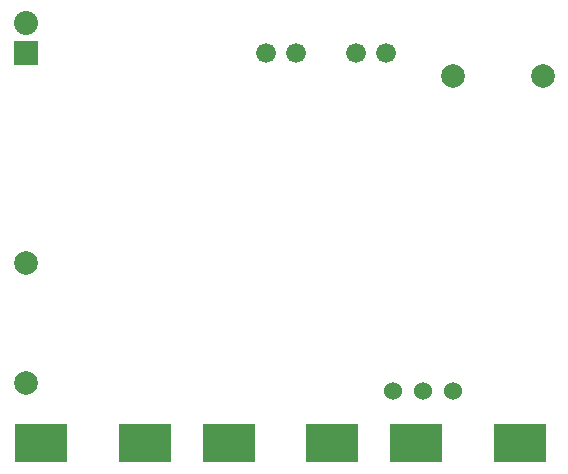
<source format=gbs>
%FSLAX46Y46*%
G04 Gerber Fmt 4.6, Leading zero omitted, Abs format (unit mm)*
G04 Created by KiCad (PCBNEW (2014-09-22 BZR 5144)-product) date Sun 26 Oct 2014 02:54:13 PM CET*
%MOMM*%
G01*
G04 APERTURE LIST*
%ADD10C,0.100000*%
%ADD11R,4.500880X3.299460*%
%ADD12R,4.498340X3.299460*%
%ADD13R,2.032000X2.032000*%
%ADD14O,2.032000X2.032000*%
%ADD15C,1.998980*%
%ADD16C,1.676400*%
%ADD17C,1.524000*%
%ADD18C,2.000000*%
G04 APERTURE END LIST*
D10*
D11*
X184104280Y-92075000D03*
D12*
X175305720Y-92075000D03*
D13*
X158115000Y-59055000D03*
D14*
X158115000Y-56515000D03*
D15*
X158115000Y-76835000D03*
X158115000Y-86995000D03*
D11*
X168229280Y-92075000D03*
D12*
X159430720Y-92075000D03*
D11*
X199979280Y-92075000D03*
D12*
X191180720Y-92075000D03*
D16*
X178435000Y-59055000D03*
X180975000Y-59055000D03*
X186055000Y-59055000D03*
X188595000Y-59055000D03*
D17*
X191770000Y-87630000D03*
X189230000Y-87630000D03*
X194310000Y-87630000D03*
D18*
X201919840Y-60960000D03*
X194320160Y-60960000D03*
M02*

</source>
